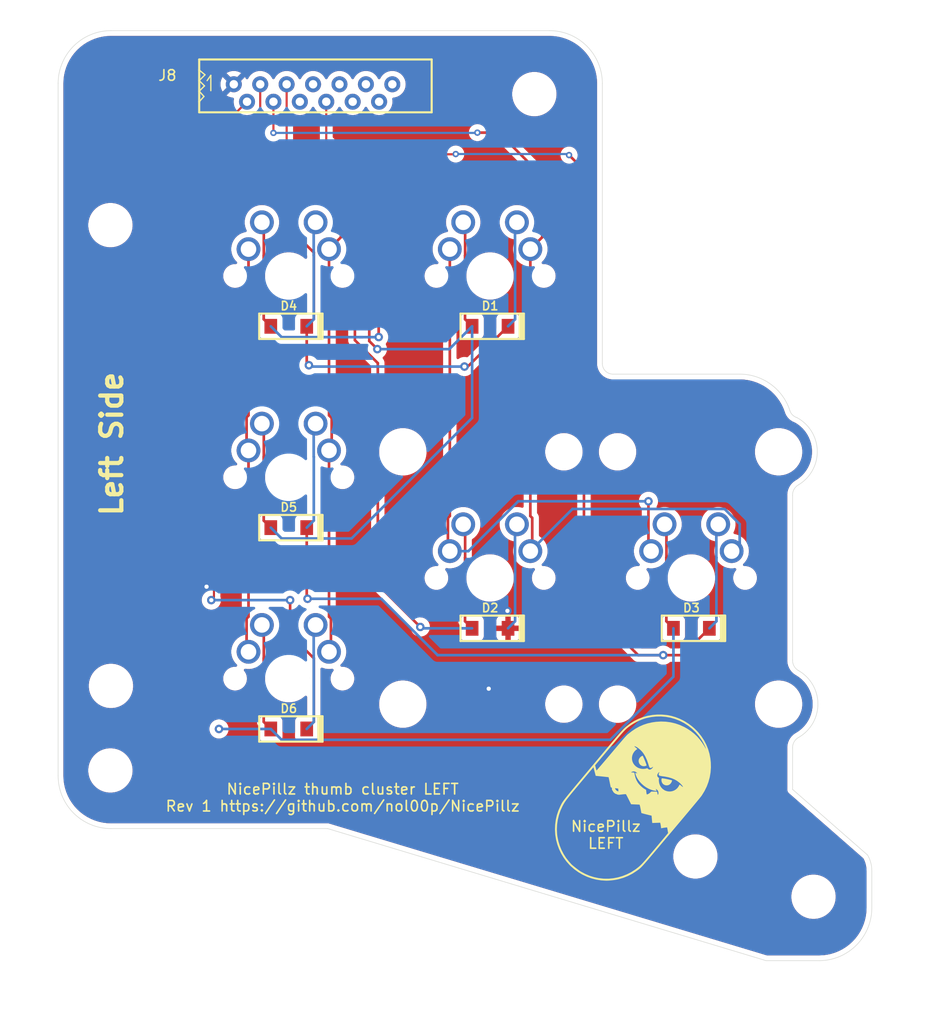
<source format=kicad_pcb>
(kicad_pcb (version 20241229) (generator "pcbnew") (generator_version "9.0")
  (layers (0 "F.Cu" signal) (2 "B.Cu" signal) (13 "F.Paste" user) (15 "B.Paste" user) (5 "F.SilkS" user "F.Silkscreen") (7 "B.SilkS" user "B.Silkscreen") (1 "F.Mask" user) (3 "B.Mask" user) (25 "Edge.Cuts" user))
  (net 0 "")
  (net 1 "Net-(D1-A)")
  (net 2 "/ROW_5")
  (net 3 "Net-(D2-A)")
  (net 4 "/ROW_4")
  (net 5 "Net-(D3-A)")
  (net 6 "Net-(D4-A)")
  (net 7 "Net-(D5-A)")
  (net 8 "Net-(D6-A)")
  (net 9 "/ROW_2")
  (net 10 "Net-(D7-A)")
  (net 11 "/ROW_9")
  (net 12 "Net-(D8-A)")
  (net 13 "Net-(D9-A)")
  (net 14 "Net-(D10-A)")
  (net 15 "Net-(D11-A)")
  (net 16 "Net-(D12-A)")
  (net 17 "/COL_R5")
  (net 18 "/COL_L5")
  (net 19 "/COL_L6")
  (net 20 "/COL_R6")
  (net 21 "/ROW_3")
  (net 22 "/ROW_8")
  (net 23 "/ROW_6")
  (net 24 "/ROW_7")
  (footprint "MX_Alps_Hybrid:MXOnly-1U-NoLED" (layer "F.Cu") (at 206.375 49.2125)
    (property "Reference" "MX85")
    (property "Value" "MX-NoLED")
    (pad "" np_thru_hole circle (at -5.08 0 48.0996) (size 1.75 1.75) (drill 1.75) (layers "*.Cu" "*.Mask"))
    (pad "" np_thru_hole circle (at 0 0) (size 3.9878 3.9878) (drill 3.9878) (layers "*.Cu" "*.Mask"))
    (pad "" np_thru_hole circle (at 5.08 0 48.0996) (size 1.75 1.75) (drill 1.75) (layers "*.Cu" "*.Mask"))
    (pad "1" thru_hole circle (at -3.81 -2.54) (size 2.25 2.25) (drill 1.47) (layers "*.Cu" "B.Mask") (net 17 "/COL_R5"))
    (pad "2" thru_hole circle (at 2.54 -5.08) (size 2.25 2.25) (drill 1.47) (layers "*.Cu" "B.Mask") (net 14 "Net-(D10-A)"))
  )
  (footprint "MX_Alps_Hybrid:MXOnly-1U-NoLED" (layer "F.Cu") (at 187.325 49.2125)
    (property "Reference" "MX96")
    (property "Value" "MX-NoLED")
    (pad "" np_thru_hole circle (at -5.08 0 48.0996) (size 1.75 1.75) (drill 1.75) (layers "*.Cu" "*.Mask"))
    (pad "" np_thru_hole circle (at 0 0) (size 3.9878 3.9878) (drill 3.9878) (layers "*.Cu" "*.Mask"))
    (pad "" np_thru_hole circle (at 5.08 0 48.0996) (size 1.75 1.75) (drill 1.75) (layers "*.Cu" "*.Mask"))
    (pad "1" thru_hole circle (at -3.81 -2.54) (size 2.25 2.25) (drill 1.47) (layers "*.Cu" "B.Mask") (net 20 "/COL_R6"))
    (pad "2" thru_hole circle (at 2.54 -5.08) (size 2.25 2.25) (drill 1.47) (layers "*.Cu" "B.Mask") (net 10 "Net-(D7-A)"))
  )
  (footprint "MX_Alps_Hybrid:MXOnly-1U-NoLED" (layer "F.Cu") (at 187.325 68.2625)
    (property "Reference" "MX86")
    (property "Value" "MX-NoLED")
    (pad "" np_thru_hole circle (at -5.08 0 48.0996) (size 1.75 1.75) (drill 1.75) (layers "*.Cu" "*.Mask"))
    (pad "" np_thru_hole circle (at 0 0) (size 3.9878 3.9878) (drill 3.9878) (layers "*.Cu" "*.Mask"))
    (pad "" np_thru_hole circle (at 5.08 0 48.0996) (size 1.75 1.75) (drill 1.75) (layers "*.Cu" "*.Mask"))
    (pad "1" thru_hole circle (at -3.81 -2.54) (size 2.25 2.25) (drill 1.47) (layers "*.Cu" "B.Mask") (net 20 "/COL_R6"))
    (pad "2" thru_hole circle (at 2.54 -5.08) (size 2.25 2.25) (drill 1.47) (layers "*.Cu" "B.Mask") (net 12 "Net-(D8-A)"))
  )
  (footprint "MX_Alps_Hybrid:MXOnly-1U-NoLED" (layer "F.Cu") (at 187.325 87.3125)
    (property "Reference" "MX66")
    (property "Value" "MX-NoLED")
    (pad "" np_thru_hole circle (at -5.08 0 48.0996) (size 1.75 1.75) (drill 1.75) (layers "*.Cu" "*.Mask"))
    (pad "" np_thru_hole circle (at 0 0) (size 3.9878 3.9878) (drill 3.9878) (layers "*.Cu" "*.Mask"))
    (pad "" np_thru_hole circle (at 5.08 0 48.0996) (size 1.75 1.75) (drill 1.75) (layers "*.Cu" "*.Mask"))
    (pad "1" thru_hole circle (at -3.81 -2.54) (size 2.25 2.25) (drill 1.47) (layers "*.Cu" "B.Mask") (net 20 "/COL_R6"))
    (pad "2" thru_hole circle (at 2.54 -5.08) (size 2.25 2.25) (drill 1.47) (layers "*.Cu" "B.Mask") (net 13 "Net-(D9-A)"))
  )
  (footprint "kinx:39-53-2135" (layer "F.Cu") (at 189.625 31.075)
    (property "Reference" "J8" (at -12.827 -0.254 0) (layer "F.SilkS") (effects (justify right bottom)))
    (property "Value" "Conn_01x13" (hide yes))
    (pad "1" thru_hole circle (at -7.5 0) (size 1.5112 1.5112) (drill 0.8) (layers "*.Cu" "*.Mask") (net 4 "/ROW_4"))
    (pad "2" thru_hole circle (at -6.25 1.65) (size 1.5112 1.5112) (drill 0.8) (layers "*.Cu" "*.Mask") (net 9 "/ROW_2"))
    (pad "3" thru_hole circle (at -5 0) (size 1.5112 1.5112) (drill 0.8) (layers "*.Cu" "*.Mask") (net 2 "/ROW_5"))
    (pad "4" thru_hole circle (at -3.75 1.65) (size 1.5112 1.5112) (drill 0.8) (layers "*.Cu" "*.Mask") (net 19 "/COL_L6"))
    (pad "5" thru_hole circle (at -2.5 0) (size 1.5112 1.5112) (drill 0.8) (layers "*.Cu" "*.Mask") (net 18 "/COL_L5"))
    (pad "6" thru_hole circle (at -1.25 1.65) (size 1.5112 1.5112) (drill 0.8) (layers "*.Cu" "*.Mask"))
    (pad "7" thru_hole circle (at 0 0) (size 1.5112 1.5112) (drill 0.8) (layers "*.Cu" "*.Mask"))
    (pad "8" thru_hole circle (at 1.25 1.65) (size 1.5112 1.5112) (drill 0.8) (layers "*.Cu" "*.Mask") (net 21 "/ROW_3"))
    (pad "9" thru_hole circle (at 2.5 0) (size 1.5112 1.5112) (drill 0.8) (layers "*.Cu" "*.Mask"))
    (pad "10" thru_hole circle (at 3.75 1.65) (size 1.5112 1.5112) (drill 0.8) (layers "*.Cu" "*.Mask"))
    (pad "11" thru_hole circle (at 5 0) (size 1.5112 1.5112) (drill 0.8) (layers "*.Cu" "*.Mask"))
    (pad "12" thru_hole circle (at 6.25 1.65) (size 1.5112 1.5112) (drill 0.8) (layers "*.Cu" "*.Mask"))
    (pad "13" thru_hole circle (at 7.5 0) (size 1.5112 1.5112) (drill 0.8) (layers "*.Cu" "*.Mask"))
  )
  (footprint "keyboard_parts:D_SOD123W_hand" (layer "F.Cu") (at 187.325 73.025 180)
    (property "Reference" "D5" (at 0 1.925 0) (layer "F.SilkS") (effects (font (size 0.8 0.8))))
    (property "Value" "D" (hide yes))
    (pad "1" smd rect (at -1.7 0 180) (size 1.2 1.4) (layers "F.Cu" "F.Mask" "F.Paste") (net 21 "/ROW_3"))
    (pad "2" smd rect (at 1.7 0 180) (size 1.2 1.4) (layers "F.Cu" "F.Mask" "F.Paste") (net 7 "Net-(D5-A)"))
  )
  (footprint "MX_Only:MXOnly-2U-ReversedVerticalStabilizers-NoLED" (layer "F.Cu") (at 206.375 77.7875)
    (property "Reference" "MX75")
    (property "Value" "MX-NoLED" (hide yes))
    (pad "" np_thru_hole circle (at -8.255 -11.938 90) (size 3.9878 3.9878) (drill 3.9878) (layers "*.Cu" "*.Mask"))
    (pad "" np_thru_hole circle (at -8.255 11.938 90) (size 3.9878 3.9878) (drill 3.9878) (layers "*.Cu" "*.Mask"))
    (pad "" np_thru_hole circle (at -5.08 0 48.0996) (size 1.75 1.75) (drill 1.75) (layers "*.Cu" "*.Mask"))
    (pad "" np_thru_hole circle (at 0 0) (size 3.9878 3.9878) (drill 3.9878) (layers "*.Cu" "*.Mask"))
    (pad "" np_thru_hole circle (at 5.08 0 48.0996) (size 1.75 1.75) (drill 1.75) (layers "*.Cu" "*.Mask"))
    (pad "" np_thru_hole circle (at 6.985 -11.938 180) (size 3.048 3.048) (drill 3.048) (layers "*.Cu" "*.Mask"))
    (pad "" np_thru_hole circle (at 6.985 11.938 90) (size 3.048 3.048) (drill 3.048) (layers "*.Cu" "*.Mask"))
    (pad "1" thru_hole circle (at -3.81 -2.54) (size 2.25 2.25) (drill 1.47) (layers "*.Cu" "B.Mask") (net 17 "/COL_R5"))
    (pad "2" thru_hole circle (at 2.54 -5.08) (size 2.25 2.25) (drill 1.47) (layers "*.Cu" "B.Mask") (net 15 "Net-(D11-A)"))
  )
  (footprint "Local:NicePillz_mini" (layer "F.Cu") (at 219.9 98.525 -40)
    (property "Reference" "G***" (at 0 0 140) (layer "F.SilkS") (effects (font (size 1.5 1.5) (thickness 0.3))))
    (property "Value" "LOGO" (hide yes))
  )
  (footprint "keyboard_parts:D_SOD123W_hand" (layer "F.Cu") (at 206.375 82.55 180)
    (property "Reference" "D2" (at 0 1.925 0) (layer "F.SilkS") (effects (font (size 0.8 0.8))))
    (property "Value" "D" (hide yes))
    (pad "1" smd rect (at -1.7 0 180) (size 1.2 1.4) (layers "F.Cu" "F.Mask" "F.Paste") (net 4 "/ROW_4"))
    (pad "2" smd rect (at 1.7 0 180) (size 1.2 1.4) (layers "F.Cu" "F.Mask" "F.Paste") (net 3 "Net-(D2-A)"))
  )
  (footprint "keyboard_parts:D_SOD123W_hand" (layer "F.Cu") (at 187.325 53.975 180)
    (property "Reference" "D4" (at 0 1.925 0) (layer "F.SilkS") (effects (font (size 0.8 0.8))))
    (property "Value" "D" (hide yes))
    (pad "1" smd rect (at -1.7 0 180) (size 1.2 1.4) (layers "F.Cu" "F.Mask" "F.Paste") (net 2 "/ROW_5"))
    (pad "2" smd rect (at 1.7 0 180) (size 1.2 1.4) (layers "F.Cu" "F.Mask" "F.Paste") (net 6 "Net-(D4-A)"))
  )
  (footprint "keyboard_parts:D_SOD123W_hand" (layer "F.Cu") (at 187.325 92.075 180)
    (property "Reference" "D6" (at 0 1.925 0) (layer "F.SilkS") (effects (font (size 0.8 0.8))))
    (property "Value" "D" (hide yes))
    (pad "1" smd rect (at -1.7 0 180) (size 1.2 1.4) (layers "F.Cu" "F.Mask" "F.Paste") (net 9 "/ROW_2"))
    (pad "2" smd rect (at 1.7 0 180) (size 1.2 1.4) (layers "F.Cu" "F.Mask" "F.Paste") (net 8 "Net-(D6-A)"))
  )
  (footprint "MX_Only:MXOnly-2U-VerticalStabilizers-NoLED" (layer "F.Cu") (at 225.425 77.7875)
    (property "Reference" "MX65")
    (property "Value" "MX-NoLED" (hide yes))
    (pad "" np_thru_hole circle (at -6.985 -11.938 180) (size 3.048 3.048) (drill 3.048) (layers "*.Cu" "*.Mask"))
    (pad "" np_thru_hole circle (at -6.985 11.938 90) (size 3.048 3.048) (drill 3.048) (layers "*.Cu" "*.Mask"))
    (pad "" np_thru_hole circle (at -5.08 0 48.0996) (size 1.75 1.75) (drill 1.75) (layers "*.Cu" "*.Mask"))
    (pad "" np_thru_hole circle (at 0 0) (size 3.9878 3.9878) (drill 3.9878) (layers "*.Cu" "*.Mask"))
    (pad "" np_thru_hole circle (at 5.08 0 48.0996) (size 1.75 1.75) (drill 1.75) (layers "*.Cu" "*.Mask"))
    (pad "" np_thru_hole circle (at 8.255 -11.938 90) (size 3.9878 3.9878) (drill 3.9878) (layers "*.Cu" "*.Mask"))
    (pad "" np_thru_hole circle (at 8.255 11.938 90) (size 3.9878 3.9878) (drill 3.9878) (layers "*.Cu" "*.Mask"))
    (pad "1" thru_hole circle (at -3.81 -2.54) (size 2.25 2.25) (drill 1.47) (layers "*.Cu" "B.Mask") (net 17 "/COL_R5"))
    (pad "2" thru_hole circle (at 2.54 -5.08) (size 2.25 2.25) (drill 1.47) (layers "*.Cu" "B.Mask") (net 16 "Net-(D12-A)"))
  )
  (footprint "keyboard_parts:D_SOD123W_hand" (layer "F.Cu") (at 225.425 82.55 180)
    (property "Reference" "D3" (at 0 1.925 0) (layer "F.SilkS") (effects (font (size 0.8 0.8))))
    (property "Value" "D" (hide yes))
    (pad "1" smd rect (at -1.7 0 180) (size 1.2 1.4) (layers "F.Cu" "F.Mask" "F.Paste") (net 21 "/ROW_3"))
    (pad "2" smd rect (at 1.7 0 180) (size 1.2 1.4) (layers "F.Cu" "F.Mask" "F.Paste") (net 5 "Net-(D3-A)"))
  )
  (footprint "keyboard_parts:D_SOD123W_hand" (layer "F.Cu") (at 206.375 53.975 180)
    (property "Reference" "D1" (at 0 1.925 0) (layer "F.SilkS") (effects (font (size 0.8 0.8))))
    (property "Value" "D" (hide yes))
    (pad "1" smd rect (at -1.7 0 180) (size 1.2 1.4) (layers "F.Cu" "F.Mask" "F.Paste") (net 2 "/ROW_5"))
    (pad "2" smd rect (at 1.7 0 180) (size 1.2 1.4) (layers "F.Cu" "F.Mask" "F.Paste") (net 1 "Net-(D1-A)"))
  )
  (footprint "MountingHole:MountingHole_3.7mm" (layer "B.Cu") (at 170.45 96 180)
    (property "Reference" "REF5" (hide yes))
    (property "Value" "MountingHole_3.7mm" (hide yes))
    (pad "" np_thru_hole circle (at 0 0 180) (size 3.7 3.7) (drill 3.7) (layers "*.Cu" "*.Mask"))
  )
  (footprint "MountingHole:MountingHole_3.7mm" (layer "B.Cu") (at 170.45 44.4 180)
    (property "Reference" "REF1" (hide yes))
    (property "Value" "MountingHole_3.7mm" (hide yes))
    (pad "" np_thru_hole circle (at 0 0 180) (size 3.7 3.7) (drill 3.7) (layers "*.Cu" "*.Mask"))
  )
  (footprint "MountingHole:MountingHole_3.7mm" (layer "B.Cu") (at 225.806 104.14 180)
    (property "Reference" "REF3" (hide yes))
    (property "Value" "MountingHole_3.7mm" (hide yes))
    (pad "" np_thru_hole circle (at 0 0 180) (size 3.7 3.7) (drill 3.7) (layers "*.Cu" "*.Mask"))
  )
  (footprint "MountingHole:MountingHole_3.7mm" (layer "B.Cu") (at 170.5 88 180)
    (property "Reference" "REF6" (hide yes))
    (property "Value" "MountingHole_3.7mm" (hide yes))
    (pad "" np_thru_hole circle (at 0 0 180) (size 3.7 3.7) (drill 3.7) (layers "*.Cu" "*.Mask"))
  )
  (footprint "MountingHole:MountingHole_3.7mm" (layer "B.Cu") (at 210.566 32.004 180)
    (property "Reference" "REF2" (hide yes))
    (property "Value" "MountingHole_3.7mm")
    (pad "" np_thru_hole circle (at 0 0 180) (size 3.7 3.7) (drill 3.7) (layers "*.Cu" "*.Mask"))
  )
  (footprint "MountingHole:MountingHole_3.7mm" (layer "B.Cu") (at 236.982 107.95 180)
    (property "Reference" "REF4" (hide yes))
    (property "Value" "MountingHole_3.7mm" (hide yes))
    (pad "" np_thru_hole circle (at 0 0 180) (size 3.7 3.7) (drill 3.7) (layers "*.Cu" "*.Mask"))
  )
  (footprint "pillz:MXOnly-1U-NoLED-twin" (layer "B.Cu") (at 187.325 68.2625 180)
    (property "Reference" "MX35")
    (property "Value" "MX-NoLED")
    (pad "1" thru_hole circle (at -3.81 2.54 180) (size 2.25 2.25) (drill 1.47) (layers "*.Cu" "F.Mask") (net 18 "/COL_L5"))
    (pad "2" thru_hole circle (at 2.54 5.08 180) (size 2.25 2.25) (drill 1.47) (layers "*.Cu" "F.Mask") (net 7 "Net-(D5-A)"))
  )
  (footprint "pillz:MXOnly-2U-VerticalStabilizers-NoLED-twin" (layer "B.Cu") (at 225.425 77.7875 180)
    (property "Reference" "MX36")
    (property "Value" "MX-NoLED" (hide yes))
    (pad "1" thru_hole circle (at -3.81 2.54 180) (size 2.25 2.25) (drill 1.47) (layers "*.Cu" "F.Mask") (net 19 "/COL_L6"))
    (pad "2" thru_hole circle (at 2.54 5.08 180) (size 2.25 2.25) (drill 1.47) (layers "*.Cu" "F.Mask") (net 5 "Net-(D3-A)"))
  )
  (footprint "pillz:MXOnly-2U-VerticalStabilizers-NoLED-twin" (layer "B.Cu") (at 206.375 77.7875 180)
    (property "Reference" "MX46")
    (property "Value" "MX-NoLED" (hide yes))
    (pad "1" thru_hole circle (at -3.81 2.54 180) (size 2.25 2.25) (drill 1.47) (layers "*.Cu" "F.Mask") (net 19 "/COL_L6"))
    (pad "2" thru_hole circle (at 2.54 5.08 180) (size 2.25 2.25) (drill 1.47) (layers "*.Cu" "F.Mask") (net 3 "Net-(D2-A)"))
  )
  (footprint "pillz:MXOnly-1U-NoLED-twin" (layer "B.Cu") (at 206.375 49.2125 180)
    (property "Reference" "MX56")
    (property "Value" "MX-NoLED")
    (pad "1" thru_hole circle (at -3.81 2.54 180) (size 2.25 2.25) (drill 1.47) (layers "*.Cu" "F.Mask") (net 19 "/COL_L6"))
    (pad "2" thru_hole circle (at 2.54 5.08 180) (size 2.25 2.25) (drill 1.47) (layers "*.Cu" "F.Mask") (net 1 "Net-(D1-A)"))
  )
  (footprint "pillz:MXOnly-1U-NoLED-twin" (layer "B.Cu") (at 187.325 49.2125 180)
    (property "Reference" "MX55")
    (property "Value" "MX-NoLED")
    (pad "1" thru_hole circle (at -3.81 2.54 180) (size 2.25 2.25) (drill 1.47) (layers "*.Cu" "F.Mask") (net 18 "/COL_L5"))
    (pad "2" thru_hole circle (at 2.54 5.08 180) (size 2.25 2.25) (drill 1.47) (layers "*.Cu" "F.Mask") (net 6 "Net-(D4-A)"))
  )
  (footprint "pillz:MXOnly-1U-NoLED-twin" (layer "B.Cu") (at 187.325 87.3125 180)
    (property "Reference" "MX25")
    (property "Value" "MX-NoLED")
    (pad "1" thru_hole circle (at -3.81 2.54 180) (size 2.25 2.25) (drill 1.47) (layers "*.Cu" "F.Mask") (net 18 "/COL_L5"))
    (pad "2" thru_hole circle (at 2.54 5.08 180) (size 2.25 2.25) (drill 1.47) (layers "*.Cu" "F.Mask") (net 8 "Net-(D6-A)"))
  )
  (gr_line (start 191 101.5) (end 232.5 114) (stroke (width 0.05)) (layer "Edge.Cuts"))
  (gr_line (start 235 97.79) (end 242.102333 104.007398) (stroke (width 0.05)) (layer "Edge.Cuts"))
  (gr_line (start 170.5 26) (end 212 26) (stroke (width 0.05)) (layer "Edge.Cuts"))
  (gr_line (start 165.5 31) (end 165.5 96.5) (stroke (width 0.05)) (layer "Edge.Cuts"))
  (gr_arc (start 218 58.5) (mid 217.292893 58.207107) (end 217 57.5) (stroke (width 0.05)) (layer "Edge.Cuts"))
  (gr_line (start 217 31) (end 217 57.5) (stroke (width 0.05)) (layer "Edge.Cuts"))
  (gr_line (start 218 58.5) (end 230 58.5) (stroke (width 0.05)) (layer "Edge.Cuts"))
  (gr_line (start 235 69.970668) (end 235 85.553532) (stroke (width 0.05)) (layer "Edge.Cuts"))
  (gr_arc (start 230 58.5) (mid 232.946659 59.464335) (end 234.757047 61.981325) (stroke (width 0.05)) (layer "Edge.Cuts"))
  (gr_arc (start 165.5 31) (mid 166.964466 27.464466) (end 170.5 26) (stroke (width 0.05)) (layer "Edge.Cuts"))
  (gr_arc (start 170.5 101.5) (mid 166.964466 100.035534) (end 165.5 96.5) (stroke (width 0.05)) (layer "Edge.Cuts"))
  (gr_arc (start 242.5 109) (mid 241.035534 112.535534) (end 237.5 114) (stroke (width 0.05)) (layer "Edge.Cuts"))
  (gr_arc (start 235.4072 62.611) (mid 235.007822 62.372881) (end 234.757047 61.981325) (stroke (width 0.05)) (layer "Edge.Cuts"))
  (gr_arc (start 242.102333 104.007398) (mid 242.398879 104.727666) (end 242.5 105.5) (stroke (width 0.05)) (layer "Edge.Cuts"))
  (gr_arc (start 235.585 86.5632) (mid 235.150112 86.140865) (end 235 85.553532) (stroke (width 0.05)) (layer "Edge.Cuts"))
  (gr_arc (start 235 69.970668) (mid 235.150112 69.383335) (end 235.585 68.961) (stroke (width 0.05)) (layer "Edge.Cuts"))
  (gr_line (start 237.5 114) (end 232.5 114) (stroke (width 0.05)) (layer "Edge.Cuts"))
  (gr_arc (start 235.407243 62.610923) (mid 237.337754 65.734409) (end 235.585 68.961) (stroke (width 0.05)) (layer "Edge.Cuts"))
  (gr_line (start 242.5 109) (end 242.5 105.5) (stroke (width 0.05)) (layer "Edge.Cuts"))
  (gr_line (start 170.5 101.5) (end 191 101.5) (stroke (width 0.05)) (layer "Edge.Cuts"))
  (gr_line (start 235.0008 93.8784) (end 235 97.79) (stroke (width 0.05)) (layer "Edge.Cuts"))
  (gr_arc (start 235.0008 93.8784) (mid 235.150912 93.291067) (end 235.5858 92.868732) (stroke (width 0.05)) (layer "Edge.Cuts"))
  (gr_arc (start 235.58 86.5632) (mid 237.398668 89.714295) (end 235.5858 92.868731) (stroke (width 0.05)) (layer "Edge.Cuts"))
  (gr_arc (start 212 26) (mid 215.535534 27.464466) (end 217 31) (stroke (width 0.05)) (layer "Edge.Cuts"))
  (gr_text "NicePillz thumb cluster LEFT\nRev 1 https://github.com/nol00p/NicePillz" (at 192.425 98.575 0) (layer "F.SilkS") (effects (font (size 1 1))))
  (gr_text "Left Side" (at 170.575 65.1 90) (layer "F.SilkS") (effects (font (size 2 2) (thickness 0.4) (bold yes))))
  (gr_text "NicePillz\nLEFT" (at 217.325 102.1 0) (layer "F.SilkS") (effects (font (size 1 1))))
  (segment (start 204.015 47.27311) (end 204.015 44.3125) (width 0.25) (layer "F.Cu") (net 1))
  (segment (start 204.675 53.975) (end 204.0061 53.3061) (width 0.25) (layer "F.Cu") (net 1))
  (segment (start 204.0061 47.28201) (end 204.015 47.27311) (width 0.25) (layer "F.Cu") (net 1))
  (segment (start 204.015 44.3125) (end 203.835 44.1325) (width 0.25) (layer "F.Cu") (net 1))
  (segment (start 204.0061 53.3061) (end 204.0061 47.28201) (width 0.25) (layer "F.Cu") (net 1))
  (segment (start 208.075 53.975) (end 204.265 57.785) (width 0.25) (layer "F.Cu") (net 2))
  (segment (start 204.265 57.785) (end 203.95 57.785) (width 0.25) (layer "F.Cu") (net 2))
  (segment (start 184.625 37.9) (end 187.326555 40.601555) (width 0.2) (layer "F.Cu") (net 2))
  (segment (start 189.6939 53.3061) (end 189.6939 46.99079) (width 0.25) (layer "F.Cu") (net 2))
  (segment (start 184.625 31.075) (end 184.625 37.9) (width 0.2) (layer "F.Cu") (net 2))
  (segment (start 189.6939 46.99079) (end 187.326555 44.623445) (width 0.25) (layer "F.Cu") (net 2))
  (segment (start 189.23 57.658) (end 189.025 57.453) (width 0.25) (layer "F.Cu") (net 2))
  (segment (start 189.025 53.975) (end 189.6939 53.3061) (width 0.25) (layer "F.Cu") (net 2))
  (segment (start 189.025 57.453) (end 189.025 53.975) (width 0.25) (layer "F.Cu") (net 2))
  (segment (start 187.326555 40.601555) (end 187.326555 44.623445) (width 0.2) (layer "F.Cu") (net 2))
  (via (at 203.95 57.785) (size 0.8) (drill 0.4) (layers "F.Cu" "B.Cu") (net 2))
  (via (at 189.23 57.658) (size 0.8) (drill 0.4) (layers "F.Cu" "B.Cu") (net 2))
  (segment (start 189.357 57.785) (end 189.23 57.658) (width 0.25) (layer "B.Cu") (net 2))
  (segment (start 203.95 57.785) (end 189.357 57.785) (width 0.25) (layer "B.Cu") (net 2))
  (segment (start 204.015 72.8875) (end 203.835 72.7075) (width 0.25) (layer "F.Cu") (net 3))
  (segment (start 204.0061 81.8811) (end 204.0061 75.85701) (width 0.25) (layer "F.Cu") (net 3))
  (segment (start 204.0061 75.85701) (end 204.015 75.84811) (width 0.25) (layer "F.Cu") (net 3))
  (segment (start 204.015 75.84811) (end 204.015 72.8875) (width 0.25) (layer "F.Cu") (net 3))
  (segment (start 204.675 82.55) (end 204.0061 81.8811) (width 0.25) (layer "F.Cu") (net 3))
  (segment (start 208.0189 80.899) (end 208.0189 82.4939) (width 0.25) (layer "F.Cu") (net 4))
  (segment (start 182.125 31.075) (end 179.5 33.7) (width 0.2) (layer "F.Cu") (net 4))
  (segment (start 179.5 33.7) (end 179.5 78.567) (width 0.2) (layer "F.Cu") (net 4))
  (segment (start 208.0189 82.4939) (end 208.075 82.55) (width 0.25) (layer "F.Cu") (net 4))
  (segment (start 179.5 78.567) (end 179.546 78.613) (width 0.2) (layer "F.Cu") (net 4))
  (via (at 179.546 78.613) (size 0.8) (drill 0.4) (layers "F.Cu" "B.Cu") (net 4))
  (via (at 206.248 88.265) (size 0.8) (drill 0.4) (layers "F.Cu" "B.Cu") (net 4))
  (via (at 208.0189 80.899) (size 0.8) (drill 0.4) (layers "F.Cu" "B.Cu") (net 4))
  (segment (start 200.352733 78.613) (end 202.638733 80.899) (width 0.25) (layer "B.Cu") (net 4))
  (segment (start 179.546 78.613) (end 200.352733 78.613) (width 0.25) (layer "B.Cu") (net 4))
  (segment (start 202.638733 80.899) (end 208.0189 80.899) (width 0.25) (layer "B.Cu") (net 4))
  (segment (start 223.0561 81.8811) (end 223.0561 75.85701) (width 0.25) (layer "F.Cu") (net 5))
  (segment (start 223.065 75.84811) (end 223.065 72.8875) (width 0.25) (layer "F.Cu") (net 5))
  (segment (start 223.0561 75.85701) (end 223.065 75.84811) (width 0.25) (layer "F.Cu") (net 5))
  (segment (start 223.725 82.55) (end 223.0561 81.8811) (width 0.25) (layer "F.Cu") (net 5))
  (segment (start 223.065 72.8875) (end 222.885 72.7075) (width 0.25) (layer "F.Cu") (net 5))
  (segment (start 184.9561 53.3061) (end 184.9561 47.28201) (width 0.25) (layer "F.Cu") (net 6))
  (segment (start 184.965 44.3125) (end 184.785 44.1325) (width 0.25) (layer "F.Cu") (net 6))
  (segment (start 185.625 53.975) (end 184.9561 53.3061) (width 0.25) (layer "F.Cu") (net 6))
  (segment (start 184.9561 47.28201) (end 184.965 47.27311) (width 0.25) (layer "F.Cu") (net 6))
  (segment (start 184.965 47.27311) (end 184.965 44.3125) (width 0.25) (layer "F.Cu") (net 6))
  (segment (start 184.965 66.32311) (end 184.965 63.3625) (width 0.25) (layer "F.Cu") (net 7))
  (segment (start 185.625 73.025) (end 184.9561 72.3561) (width 0.25) (layer "F.Cu") (net 7))
  (segment (start 184.965 63.3625) (end 184.785 63.1825) (width 0.25) (layer "F.Cu") (net 7))
  (segment (start 184.9561 72.3561) (end 184.9561 66.33201) (width 0.25) (layer "F.Cu") (net 7))
  (segment (start 184.9561 66.33201) (end 184.965 66.32311) (width 0.25) (layer "F.Cu") (net 7))
  (segment (start 184.9561 85.38201) (end 184.965 85.37311) (width 0.25) (layer "F.Cu") (net 8))
  (segment (start 184.965 85.37311) (end 184.965 82.4125) (width 0.25) (layer "F.Cu") (net 8))
  (segment (start 185.625 92.075) (end 184.9561 91.4061) (width 0.25) (layer "F.Cu") (net 8))
  (segment (start 184.965 82.4125) (end 184.785 82.2325) (width 0.25) (layer "F.Cu") (net 8))
  (segment (start 184.9561 91.4061) (end 184.9561 85.38201) (width 0.25) (layer "F.Cu") (net 8))
  (segment (start 181.925 34.175) (end 181.925 34.225) (width 0.2) (layer "F.Cu") (net 9))
  (segment (start 181.925 34.225) (end 180.247 35.903) (width 0.2) (layer "F.Cu") (net 9))
  (segment (start 189.6939 91.4061) (end 189.6939 85.38201) (width 0.25) (layer "F.Cu") (net 9))
  (segment (start 183.375 32.725) (end 181.925 34.175) (width 0.2) (layer "F.Cu") (net 9))
  (segment (start 189.6939 85.38201) (end 187.452 83.14011) (width 0.25) (layer "F.Cu") (net 9))
  (segment (start 189.025 92.075) (end 189.6939 91.4061) (width 0.25) (layer "F.Cu") (net 9))
  (segment (start 187.452 83.14011) (end 187.452 79.883) (width 0.25) (layer "F.Cu") (net 9))
  (segment (start 180.247 79.632) (end 179.996 79.883) (width 0.2) (layer "F.Cu") (net 9))
  (segment (start 180.247 35.903) (end 180.247 79.632) (width 0.2) (layer "F.Cu") (net 9))
  (via (at 187.452 79.883) (size 0.8) (drill 0.4) (layers "F.Cu" "B.Cu") (net 9))
  (via (at 179.996 79.883) (size 0.8) (drill 0.4) (layers "F.Cu" "B.Cu") (net 9))
  (segment (start 187.452 79.883) (end 179.996 79.883) (width 0.25) (layer "B.Cu") (net 9))
  (segment (start 189.685 47.27311) (end 189.685 44.3125) (width 0.25) (layer "B.Cu") (net 10))
  (segment (start 189.6939 53.3061) (end 189.6939 47.28201) (width 0.25) (layer "B.Cu") (net 10))
  (segment (start 189.025 53.975) (end 189.6939 53.3061) (width 0.25) (layer "B.Cu") (net 10))
  (segment (start 189.6939 47.28201) (end 189.685 47.27311) (width 0.25) (layer "B.Cu") (net 10))
  (segment (start 189.685 44.3125) (end 189.865 44.1325) (width 0.25) (layer "B.Cu") (net 10))
  (segment (start 195.834 40.612752) (end 195.834 54.991) (width 0.25) (layer "F.Cu") (net 11))
  (via (at 195.834 54.991) (size 0.8) (drill 0.4) (layers "F.Cu" "B.Cu") (net 11))
  (segment (start 186.65 55) (end 194.056 55) (width 0.25) (layer "B.Cu") (net 11))
  (segment (start 194.056 55) (end 195.825 55) (width 0.25) (layer "B.Cu") (net 11))
  (segment (start 185.625 53.975) (end 186.65 55) (width 0.25) (layer "B.Cu") (net 11))
  (segment (start 194.056 55) (end 194.301 55) (width 0.25) (layer "B.Cu") (net 11))
  (segment (start 195.825 55) (end 195.834 54.991) (width 0.25) (layer "B.Cu") (net 11))
  (segment (start 189.025 73.025) (end 189.6939 72.3561) (width 0.25) (layer "B.Cu") (net 12))
  (segment (start 189.6939 66.33201) (end 189.685 66.32311) (width 0.25) (layer "B.Cu") (net 12))
  (segment (start 189.685 63.3625) (end 189.865 63.1825) (width 0.25) (layer "B.Cu") (net 12))
  (segment (start 189.685 66.32311) (end 189.685 63.3625) (width 0.25) (layer "B.Cu") (net 12))
  (segment (start 189.6939 72.3561) (end 189.6939 66.33201) (width 0.25) (layer "B.Cu") (net 12))
  (segment (start 189.6939 85.38201) (end 189.685 85.37311) (width 0.25) (layer "B.Cu") (net 13))
  (segment (start 189.6939 91.4061) (end 189.6939 85.38201) (width 0.25) (layer "B.Cu") (net 13))
  (segment (start 189.685 82.4125) (end 189.865 82.2325) (width 0.25) (layer "B.Cu") (net 13))
  (segment (start 189.685 85.37311) (end 189.685 82.4125) (width 0.25) (layer "B.Cu") (net 13))
  (segment (start 189.025 92.075) (end 189.6939 91.4061) (width 0.25) (layer "B.Cu") (net 13))
  (segment (start 208.735 47.27311) (end 208.735 44.3125) (width 0.25) (layer "B.Cu") (net 14))
  (segment (start 208.7439 47.28201) (end 208.735 47.27311) (width 0.25) (layer "B.Cu") (net 14))
  (segment (start 208.075 53.975) (end 208.7439 53.3061) (width 0.25) (layer "B.Cu") (net 14))
  (segment (start 208.7439 53.3061) (end 208.7439 47.28201) (width 0.25) (layer "B.Cu") (net 14))
  (segment (start 208.735 44.3125) (end 208.915 44.1325) (width 0.25) (layer "B.Cu") (net 14))
  (segment (start 208.735 72.8875) (end 208.915 72.7075) (width 0.25) (layer "B.Cu") (net 15))
  (segment (start 208.075 82.55) (end 208.7439 81.8811) (width 0.25) (layer "B.Cu") (net 15))
  (segment (start 208.7439 81.8811) (end 208.7439 75.85701) (width 0.25) (layer "B.Cu") (net 15))
  (segment (start 208.7439 75.85701) (end 208.735 75.84811) (width 0.25) (layer "B.Cu") (net 15))
  (segment (start 208.735 75.84811) (end 208.735 72.8875) (width 0.25) (layer "B.Cu") (net 15))
  (segment (start 227.7939 81.8811) (end 227.7939 75.85701) (width 0.25) (layer "B.Cu") (net 16))
  (segment (start 227.7939 75.85701) (end 227.785 75.84811) (width 0.25) (layer "B.Cu") (net 16))
  (segment (start 227.125 82.55) (end 227.7939 81.8811) (width 0.25) (layer "B.Cu") (net 16))
  (segment (start 227.785 75.84811) (end 227.785 72.8875) (width 0.25) (layer "B.Cu") (net 16))
  (segment (start 227.785 72.8875) (end 227.965 72.7075) (width 0.25) (layer "B.Cu") (net 16))
  (segment (start 202.385 72.10689) (end 202.385 75.0675) (width 0.25) (layer "F.Cu") (net 17))
  (segment (start 202.565 71.92689) (end 202.385 72.10689) (width 0.25) (layer "F.Cu") (net 17))
  (segment (start 202.385 75.0675) (end 202.565 75.2475) (width 0.25) (layer "F.Cu") (net 17))
  (segment (start 221.361 74.9935) (end 221.615 75.2475) (width 0.25) (layer "F.Cu") (net 17))
  (segment (start 202.565 46.6725) (end 202.565 71.92689) (width 0.25) (layer "F.Cu") (net 17))
  (segment (start 221.361 70.5325) (end 221.361 74.9935) (width 0.25) (layer "F.Cu") (net 17))
  (via (at 221.361 70.5325) (size 0.8) (drill 0.4) (layers "F.Cu" "B.Cu") (net 17))
  (segment (start 202.565 75.2475) (end 204.32439 75.2475) (width 0.25) (layer "B.Cu") (net 17))
  (segment (start 204.32439 75.2475) (end 209.03939 70.5325) (width 0.25) (layer "B.Cu") (net 17))
  (segment (start 209.03939 70.5325) (end 221.361 70.5325) (width 0.25) (layer "B.Cu") (net 17))
  (segment (start 187.125 31.075) (end 187.125 36.95) (width 0.2) (layer "F.Cu") (net 18))
  (segment (start 191.135 65.7225) (end 191.135 81.45189) (width 0.25) (layer "F.Cu") (net 18))
  (segment (start 192.26 45.5475) (end 192.26 42.085) (width 0.25) (layer "F.Cu") (net 18))
  (segment (start 191.135 46.6725) (end 192.26 45.5475) (width 0.25) (layer "F.Cu") (net 18))
  (segment (start 191.135 46.6725) (end 191.135 62.40189) (width 0.25) (layer "F.Cu") (net 18))
  (segment (start 187.125 36.95) (end 192.26 42.085) (width 0.2) (layer "F.Cu") (net 18))
  (segment (start 191.315 84.5925) (end 191.135 84.7725) (width 0.25) (layer "F.Cu") (net 18))
  (segment (start 191.315 81.63189) (end 191.315 84.5925) (width 0.25) (layer "F.Cu") (net 18))
  (segment (start 191.389 65.4685) (end 191.135 65.7225) (width 0.25) (layer "F.Cu") (net 18))
  (segment (start 191.389 62.65589) (end 191.389 65.4685) (width 0.25) (layer "F.Cu") (net 18))
  (segment (start 191.135 62.40189) (end 191.389 62.65589) (width 0.25) (layer "F.Cu") (net 18))
  (segment (start 191.135 81.45189) (end 191.315 81.63189) (width 0.25) (layer "F.Cu") (net 18))
  (segment (start 211.31 39.76) (end 207.2 35.65) (width 0.25) (layer "F.Cu") (net 19))
  (segment (start 210.185 71.92689) (end 210.365 72.10689) (width 0.25) (layer "F.Cu") (net 19))
  (segment (start 207.2 35.65) (end 205.175 35.65) (width 0.25) (layer "F.Cu") (net 19))
  (segment (start 185.875 32.725) (end 185.875 35.675) (width 0.2) (layer "F.Cu") (net 19))
  (segment (start 210.365 72.10689) (end 210.365 75.0675) (width 0.25) (layer "F.Cu") (net 19))
  (segment (start 210.185 46.6725) (end 210.185 71.92689) (width 0.25) (layer "F.Cu") (net 19))
  (segment (start 211.31 45.5475) (end 211.31 39.76) (width 0.25) (layer "F.Cu") (net 19))
  (segment (start 210.365 75.0675) (end 210.185 75.2475) (width 0.25) (layer "F.Cu") (net 19))
  (segment (start 210.185 46.6725) (end 211.31 45.5475) (width 0.25) (layer "F.Cu") (net 19))
  (via (at 205.175 35.65) (size 0.6) (drill 0.3) (layers "F.Cu" "B.Cu") (net 19))
  (via (at 185.875 35.675) (size 0.6) (drill 0.3) (layers "F.Cu" "B.Cu") (net 19))
  (segment (start 229.997 72.68889) (end 229.997 74.4855) (width 0.25) (layer "B.Cu") (net 19))
  (segment (start 205.15 35.675) (end 205.175 35.65) (width 0.2) (layer "B.Cu") (net 19))
  (segment (start 228.56561 71.2575) (end 229.997 72.68889) (width 0.25) (layer "B.Cu") (net 19))
  (segment (start 210.185 75.2475) (end 214.175 71.2575) (width 0.25) (layer "B.Cu") (net 19))
  (segment (start 229.997 74.4855) (end 229.235 75.2475) (width 0.25) (layer "B.Cu") (net 19))
  (segment (start 185.875 35.675) (end 205.15 35.675) (width 0.2) (layer "B.Cu") (net 19))
  (segment (start 214.175 71.2575) (end 228.56561 71.2575) (width 0.25) (layer "B.Cu") (net 19))
  (segment (start 183.335 81.63189) (end 183.335 84.5925) (width 0.25) (layer "F.Cu") (net 20))
  (segment (start 182.88 46.0375) (end 183.515 46.6725) (width 0.25) (layer "F.Cu") (net 20))
  (segment (start 183.335 84.5925) (end 183.515 84.7725) (width 0.25) (layer "F.Cu") (net 20))
  (segment (start 183.515 62.40189) (end 183.335 62.58189) (width 0.25) (layer "F.Cu") (net 20))
  (segment (start 183.515 81.45189) (end 183.335 81.63189) (width 0.25) (layer "F.Cu") (net 20))
  (segment (start 183.335 65.5425) (end 183.515 65.7225) (width 0.25) (layer "F.Cu") (net 20))
  (segment (start 183.515 65.7225) (end 183.515 81.45189) (width 0.25) (layer "F.Cu") (net 20))
  (segment (start 183.515 46.6725) (end 183.515 62.40189) (width 0.25) (layer "F.Cu") (net 20))
  (segment (start 183.335 62.58189) (end 183.335 65.5425) (width 0.25) (layer "F.Cu") (net 20))
  (segment (start 215.259 47.75) (end 215.259 39.184) (width 0.25) (layer "F.Cu") (net 21))
  (segment (start 215.259 39.184) (end 213.85 37.775) (width 0.25) (layer "F.Cu") (net 21))
  (segment (start 222.758 85.09) (end 224.585 85.09) (width 0.25) (layer "F.Cu") (net 21))
  (segment (start 203.1 37.7) (end 203.125 37.675) (width 0.2) (layer "F.Cu") (net 21))
  (segment (start 224.585 85.09) (end 227.125 82.55) (width 0.25) (layer "F.Cu") (net 21))
  (segment (start 189.025 73.025) (end 189.025 79.678) (width 0.25) (layer "F.Cu") (net 21))
  (segment (start 215.259 79.959092) (end 215.259 47.75) (width 0.25) (layer "F.Cu") (net 21))
  (segment (start 190.875 36.35) (end 192.225 37.7) (width 0.2) (layer "F.Cu") (net 21))
  (segment (start 222.758 85.09) (end 220.389908 85.09) (width 0.25) (layer "F.Cu") (net 21))
  (segment (start 220.389908 85.09) (end 215.259 79.959092) (width 0.25) (layer "F.Cu") (net 21))
  (segment (start 192.225 37.7) (end 203.1 37.7) (width 0.2) (layer "F.Cu") (net 21))
  (segment (start 215.259 47.75) (end 215.259 47.400584) (width 0.25) (layer "F.Cu") (net 21))
  (segment (start 190.875 32.725) (end 190.875 36.35) (width 0.2) (layer "F.Cu") (net 21))
  (segment (start 189.025 79.678) (end 189.103 79.756) (width 0.25) (layer "F.Cu") (net 21))
  (via (at 213.85 37.775) (size 0.6) (drill 0.3) (layers "F.Cu" "B.Cu") (net 21))
  (via (at 222.758 85.09) (size 0.8) (drill 0.4) (layers "F.Cu" "B.Cu") (net 21))
  (via (at 203.125 37.675) (size 0.6) (drill 0.3) (layers "F.Cu" "B.Cu") (net 21))
  (via (at 189.103 79.756) (size 0.8) (drill 0.4) (layers "F.Cu" "B.Cu") (net 21))
  (segment (start 213.75 37.675) (end 213.85 37.775) (width 0.2) (layer "B.Cu") (net 21))
  (segment (start 189.103 79.756) (end 196.078695 79.756) (width 0.25) (layer "B.Cu") (net 21))
  (segment (start 201.412695 85.09) (end 222.758 85.09) (width 0.25) (layer "B.Cu") (net 21))
  (segment (start 203.125 37.675) (end 213.75 37.675) (width 0.2) (layer "B.Cu") (net 21))
  (segment (start 196.078695 79.756) (end 201.412695 85.09) (width 0.25) (layer "B.Cu") (net 21))
  (segment (start 194.945 40.994772) (end 194.945 55.372) (width 0.25) (layer "F.Cu") (net 22))
  (segment (start 194.945 55.372) (end 195.707 56.134) (width 0.25) (layer "F.Cu") (net 22))
  (via (at 195.707 56.134) (size 0.8) (drill 0.4) (layers "F.Cu" "B.Cu") (net 22))
  (segment (start 202.516 56.134) (end 204.675 53.975) (width 0.25) (layer "B.Cu") (net 22))
  (segment (start 204.675 62.644631) (end 204.675 53.975) (width 0.25) (layer "B.Cu") (net 22))
  (segment (start 193.269631 74.05) (end 204.675 62.644631) (width 0.25) (layer "B.Cu") (net 22))
  (segment (start 195.707 56.134) (end 202.516 56.134) (width 0.25) (layer "B.Cu") (net 22))
  (segment (start 186.65 74.05) (end 193.269631 74.05) (width 0.25) (layer "B.Cu") (net 22))
  (segment (start 185.625 73.025) (end 186.65 74.05) (width 0.25) (layer "B.Cu") (net 22))
  (via (at 180.721 92.075) (size 0.8) (drill 0.4) (layers "F.Cu" "B.Cu") (net 23))
  (segment (start 185.625 92.075) (end 180.721 92.075) (width 0.25) (layer "B.Cu") (net 23))
  (segment (start 186.65 93.1) (end 217.751092 93.1) (width 0.25) (layer "B.Cu") (net 23))
  (segment (start 185.625 92.075) (end 186.65 93.1) (width 0.25) (layer "B.Cu") (net 23))
  (segment (start 223.725 87.126092) (end 223.725 82.55) (width 0.25) (layer "B.Cu") (net 23))
  (segment (start 217.751092 93.1) (end 223.725 87.126092) (width 0.25) (layer "B.Cu") (net 23))
  (segment (start 199.771 82.423) (end 195.7511 78.4031) (width 0.25) (layer "F.Cu") (net 24))
  (segment (start 193.655 49.931) (end 193.655 40.341168) (width 0.25) (layer "F.Cu") (net 24))
  (segment (start 193.585 50.001) (end 193.655 49.931) (width 0.25) (layer "F.Cu") (net 24))
  (segment (start 193.585 55.291305) (end 193.585 50.001) (width 0.25) (layer "F.Cu") (net 24))
  (segment (start 195.7511 57.457405) (end 193.585 55.291305) (width 0.25) (layer "F.Cu") (net 24))
  (segment (start 195.7511 78.4031) (end 195.7511 57.457405) (width 0.25) (layer "F.Cu") (net 24))
  (via (at 199.771 82.423) (size 0.8) (drill 0.4) (layers "F.Cu" "B.Cu") (net 24))
  (segment (start 204.675 82.55) (end 199.898 82.55) (width 0.25) (layer "B.Cu") (net 24))
  (segment (start 199.898 82.55) (end 199.771 82.423) (width 0.25) (layer "B.Cu") (net 24))
  (zone (net 4) (net_name "/ROW_4") (layer "F.Cu") (connect_pads (clearance 0.508)) (min_thickness 0.254) (fill yes (thermal_gap 0.508) (thermal_bridge_width 0.508))
    (polygon (pts (xy 220 50) (xy 240 55) (xy 240 90) (xy 250 110) (xy 250 120) (xy 160 105) (xy 162.5 44.5) (xy 164.3 25.5) (xy 167.3 23.1) (xy 200 25) (xy 220 25)))
  )
  (zone (net 4) (net_name "/ROW_4") (layer "B.Cu") (connect_pads (clearance 0.508)) (min_thickness 0.254) (fill yes (thermal_gap 0.508) (thermal_bridge_width 0.508))
    (polygon (pts (xy 240 55) (xy 250 120) (xy 160 105) (xy 160 25) (xy 220 25)))
  )
)
</source>
